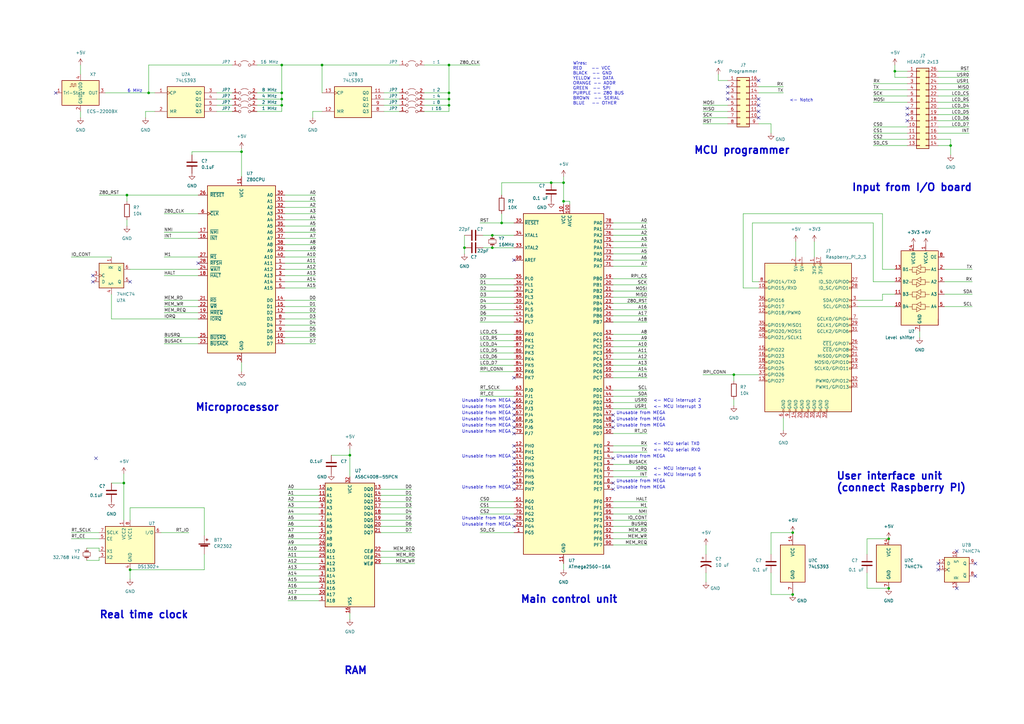
<source format=kicad_sch>
(kicad_sch (version 20211123) (generator eeschema)
  (paper "A3")
  (junction (at 231.14 74.93))
  (junction (at 184.15 26.67))
  (junction (at 201.93 101.6))
  (junction (at 231.14 82.55))
  (junction (at 52.07 80.01))
  (junction (at 50.8 198.12))
  (junction (at 115.57 40.64))
  (junction (at 143.51 186.69))
  (junction (at 99.06 62.23))
  (junction (at 325.12 243.84))
  (junction (at 184.15 38.1))
  (junction (at 115.57 38.1))
  (junction (at 364.49 220.98))
  (junction (at 115.57 43.18))
  (junction (at 389.89 59.69))
  (junction (at 205.74 91.44))
  (junction (at 60.96 38.1))
  (junction (at 184.15 40.64))
  (junction (at 364.49 241.3))
  (junction (at 367.03 29.21))
  (junction (at 184.15 43.18))
  (junction (at 115.57 26.67))
  (junction (at 226.06 74.93))
  (junction (at 190.5 101.6))
  (junction (at 201.93 96.52))
  (junction (at 53.34 233.68))
  (junction (at 300.99 153.67))
  (junction (at 132.08 26.67))
  (junction (at 325.12 218.44))
  (no_connect (at 392.43 226.06))
  (no_connect (at 384.81 231.14))
  (no_connect (at 384.81 233.68))
  (no_connect (at 392.43 241.3))
  (no_connect (at 400.05 236.22))
  (no_connect (at 400.05 231.14))
  (no_connect (at 311.15 33.02))
  (no_connect (at 298.45 35.56))
  (no_connect (at 298.45 38.1))
  (no_connect (at 298.45 40.64))
  (no_connect (at 81.28 107.95))
  (no_connect (at 251.46 187.96))
  (no_connect (at 251.46 200.66))
  (no_connect (at 251.46 198.12))
  (no_connect (at 210.82 106.68))
  (no_connect (at 311.15 48.26))
  (no_connect (at 311.15 45.72))
  (no_connect (at 311.15 43.18))
  (no_connect (at 311.15 40.64))
  (no_connect (at 251.46 175.26))
  (no_connect (at 251.46 172.72))
  (no_connect (at 251.46 170.18))
  (no_connect (at 372.11 44.45))
  (no_connect (at 372.11 46.99))
  (no_connect (at 372.11 49.53))
  (no_connect (at 210.82 175.26))
  (no_connect (at 210.82 177.8))
  (no_connect (at 210.82 165.1))
  (no_connect (at 210.82 172.72))
  (no_connect (at 210.82 170.18))
  (no_connect (at 210.82 154.94))
  (no_connect (at 210.82 167.64))
  (no_connect (at 210.82 200.66))
  (no_connect (at 210.82 215.9))
  (no_connect (at 210.82 213.36))
  (no_connect (at 210.82 195.58))
  (no_connect (at 210.82 198.12))
  (no_connect (at 210.82 190.5))
  (no_connect (at 210.82 185.42))
  (no_connect (at 210.82 182.88))
  (no_connect (at 210.82 187.96))
  (no_connect (at 210.82 193.04))
  (no_connect (at 39.37 187.96))
  (no_connect (at 53.34 115.57))
  (no_connect (at 38.1 115.57))
  (no_connect (at 38.1 113.03))
  (no_connect (at 22.86 38.1))
  (wire (pts (xy 33.02 45.72) (xy 33.02 48.26)))
  (wire (pts (xy 251.46 205.74) (xy 265.43 205.74)))
  (wire (pts (xy 67.31 87.63) (xy 81.28 87.63)))
  (wire (pts (xy 157.48 38.1) (xy 163.83 38.1)))
  (wire (pts (xy 384.81 41.91) (xy 397.51 41.91)))
  (wire (pts (xy 156.21 208.28) (xy 168.91 208.28)))
  (wire (pts (xy 384.81 39.37) (xy 397.51 39.37)))
  (wire (pts (xy 115.57 40.64) (xy 115.57 38.1)))
  (wire (pts (xy 116.84 92.71) (xy 129.54 92.71)))
  (wire (pts (xy 311.15 118.11) (xy 304.8 118.11)))
  (wire (pts (xy 265.43 165.1) (xy 251.46 165.1)))
  (wire (pts (xy 105.41 40.64) (xy 115.57 40.64)))
  (wire (pts (xy 116.84 102.87) (xy 129.54 102.87)))
  (wire (pts (xy 196.85 210.82) (xy 210.82 210.82)))
  (wire (pts (xy 33.02 26.67) (xy 33.02 30.48)))
  (wire (pts (xy 251.46 106.68) (xy 265.43 106.68)))
  (wire (pts (xy 53.34 213.36) (xy 53.34 208.28)))
  (wire (pts (xy 265.43 167.64) (xy 251.46 167.64)))
  (wire (pts (xy 50.8 198.12) (xy 50.8 213.36)))
  (wire (pts (xy 288.29 45.72) (xy 298.45 45.72)))
  (wire (pts (xy 66.04 218.44) (xy 77.47 218.44)))
  (wire (pts (xy 170.18 226.06) (xy 156.21 226.06)))
  (wire (pts (xy 300.99 153.67) (xy 311.15 153.67)))
  (wire (pts (xy 130.81 236.22) (xy 118.11 236.22)))
  (wire (pts (xy 251.46 160.02) (xy 265.43 160.02)))
  (wire (pts (xy 196.85 147.32) (xy 210.82 147.32)))
  (wire (pts (xy 130.81 241.3) (xy 118.11 241.3)))
  (wire (pts (xy 53.34 208.28) (xy 83.82 208.28)))
  (wire (pts (xy 59.69 45.72) (xy 59.69 48.26)))
  (wire (pts (xy 358.14 52.07) (xy 372.11 52.07)))
  (wire (pts (xy 128.27 45.72) (xy 128.27 48.26)))
  (wire (pts (xy 156.21 215.9) (xy 168.91 215.9)))
  (wire (pts (xy 130.81 210.82) (xy 118.11 210.82)))
  (wire (pts (xy 116.84 100.33) (xy 129.54 100.33)))
  (wire (pts (xy 128.27 45.72) (xy 132.08 45.72)))
  (wire (pts (xy 389.89 57.15) (xy 384.81 57.15)))
  (wire (pts (xy 173.99 38.1) (xy 184.15 38.1)))
  (wire (pts (xy 398.78 110.49) (xy 387.35 110.49)))
  (wire (pts (xy 251.46 101.6) (xy 265.43 101.6)))
  (wire (pts (xy 251.46 116.84) (xy 265.43 116.84)))
  (wire (pts (xy 184.15 26.67) (xy 196.85 26.67)))
  (wire (pts (xy 83.82 233.68) (xy 53.34 233.68)))
  (wire (pts (xy 389.89 63.5) (xy 389.89 59.69)))
  (wire (pts (xy 196.85 152.4) (xy 210.82 152.4)))
  (wire (pts (xy 173.99 43.18) (xy 184.15 43.18)))
  (wire (pts (xy 156.21 213.36) (xy 168.91 213.36)))
  (wire (pts (xy 384.81 52.07) (xy 397.51 52.07)))
  (wire (pts (xy 170.18 228.6) (xy 156.21 228.6)))
  (wire (pts (xy 99.06 148.59) (xy 99.06 152.4)))
  (wire (pts (xy 231.14 82.55) (xy 231.14 83.82)))
  (wire (pts (xy 251.46 129.54) (xy 265.43 129.54)))
  (wire (pts (xy 308.61 91.44) (xy 358.14 91.44)))
  (wire (pts (xy 88.9 40.64) (xy 95.25 40.64)))
  (wire (pts (xy 251.46 154.94) (xy 265.43 154.94)))
  (wire (pts (xy 358.14 54.61) (xy 372.11 54.61)))
  (wire (pts (xy 99.06 60.96) (xy 99.06 62.23)))
  (wire (pts (xy 196.85 142.24) (xy 210.82 142.24)))
  (wire (pts (xy 226.06 74.93) (xy 205.74 74.93)))
  (wire (pts (xy 67.31 125.73) (xy 81.28 125.73)))
  (wire (pts (xy 60.96 26.67) (xy 95.25 26.67)))
  (wire (pts (xy 251.46 162.56) (xy 265.43 162.56)))
  (wire (pts (xy 251.46 182.88) (xy 265.43 182.88)))
  (wire (pts (xy 67.31 113.03) (xy 81.28 113.03)))
  (wire (pts (xy 99.06 62.23) (xy 99.06 72.39)))
  (wire (pts (xy 52.07 80.01) (xy 52.07 82.55)))
  (wire (pts (xy 130.81 213.36) (xy 118.11 213.36)))
  (wire (pts (xy 231.14 82.55) (xy 233.68 82.55)))
  (wire (pts (xy 67.31 140.97) (xy 81.28 140.97)))
  (wire (pts (xy 130.81 243.84) (xy 118.11 243.84)))
  (wire (pts (xy 251.46 121.92) (xy 265.43 121.92)))
  (wire (pts (xy 130.81 238.76) (xy 118.11 238.76)))
  (wire (pts (xy 196.85 162.56) (xy 210.82 162.56)))
  (wire (pts (xy 196.85 208.28) (xy 210.82 208.28)))
  (wire (pts (xy 265.43 220.98) (xy 251.46 220.98)))
  (wire (pts (xy 67.31 123.19) (xy 81.28 123.19)))
  (wire (pts (xy 198.12 101.6) (xy 201.93 101.6)))
  (wire (pts (xy 304.8 87.63) (xy 361.95 87.63)))
  (wire (pts (xy 156.21 210.82) (xy 168.91 210.82)))
  (wire (pts (xy 231.14 72.39) (xy 231.14 74.93)))
  (wire (pts (xy 289.56 234.95) (xy 289.56 238.76)))
  (wire (pts (xy 196.85 218.44) (xy 210.82 218.44)))
  (wire (pts (xy 135.89 186.69) (xy 143.51 186.69)))
  (wire (pts (xy 210.82 119.38) (xy 196.85 119.38)))
  (wire (pts (xy 116.84 87.63) (xy 129.54 87.63)))
  (wire (pts (xy 251.46 213.36) (xy 265.43 213.36)))
  (wire (pts (xy 210.82 116.84) (xy 196.85 116.84)))
  (wire (pts (xy 105.41 26.67) (xy 115.57 26.67)))
  (wire (pts (xy 384.81 29.21) (xy 397.51 29.21)))
  (wire (pts (xy 130.81 223.52) (xy 118.11 223.52)))
  (wire (pts (xy 88.9 45.72) (xy 95.25 45.72)))
  (wire (pts (xy 288.29 48.26) (xy 298.45 48.26)))
  (wire (pts (xy 45.72 130.81) (xy 81.28 130.81)))
  (wire (pts (xy 116.84 82.55) (xy 129.54 82.55)))
  (wire (pts (xy 196.85 205.74) (xy 210.82 205.74)))
  (wire (pts (xy 205.74 87.63) (xy 205.74 91.44)))
  (wire (pts (xy 40.64 224.79) (xy 40.64 226.06)))
  (wire (pts (xy 358.14 57.15) (xy 372.11 57.15)))
  (wire (pts (xy 326.39 99.06) (xy 326.39 105.41)))
  (wire (pts (xy 143.51 251.46) (xy 143.51 254)))
  (wire (pts (xy 45.72 120.65) (xy 45.72 130.81)))
  (wire (pts (xy 351.79 125.73) (xy 367.03 125.73)))
  (wire (pts (xy 398.78 115.57) (xy 387.35 115.57)))
  (wire (pts (xy 105.41 43.18) (xy 115.57 43.18)))
  (wire (pts (xy 361.95 87.63) (xy 361.95 110.49)))
  (wire (pts (xy 251.46 210.82) (xy 265.43 210.82)))
  (wire (pts (xy 116.84 138.43) (xy 129.54 138.43)))
  (wire (pts (xy 156.21 205.74) (xy 168.91 205.74)))
  (wire (pts (xy 67.31 95.25) (xy 81.28 95.25)))
  (wire (pts (xy 265.43 218.44) (xy 251.46 218.44)))
  (wire (pts (xy 83.82 208.28) (xy 83.82 219.71)))
  (wire (pts (xy 358.14 34.29) (xy 372.11 34.29)))
  (wire (pts (xy 116.84 115.57) (xy 129.54 115.57)))
  (wire (pts (xy 367.03 26.67) (xy 367.03 29.21)))
  (wire (pts (xy 251.46 132.08) (xy 265.43 132.08)))
  (wire (pts (xy 83.82 227.33) (xy 83.82 233.68)))
  (wire (pts (xy 78.74 62.23) (xy 99.06 62.23)))
  (wire (pts (xy 358.14 115.57) (xy 367.03 115.57)))
  (wire (pts (xy 358.14 59.69) (xy 372.11 59.69)))
  (wire (pts (xy 355.6 220.98) (xy 355.6 227.33)))
  (wire (pts (xy 115.57 26.67) (xy 132.08 26.67)))
  (wire (pts (xy 184.15 45.72) (xy 184.15 43.18)))
  (wire (pts (xy 156.21 218.44) (xy 168.91 218.44)))
  (wire (pts (xy 251.46 91.44) (xy 265.43 91.44)))
  (wire (pts (xy 289.56 223.52) (xy 289.56 227.33)))
  (wire (pts (xy 52.07 80.01) (xy 81.28 80.01)))
  (wire (pts (xy 251.46 109.22) (xy 265.43 109.22)))
  (wire (pts (xy 130.81 246.38) (xy 118.11 246.38)))
  (wire (pts (xy 231.14 74.93) (xy 231.14 82.55)))
  (wire (pts (xy 334.01 99.06) (xy 334.01 105.41)))
  (wire (pts (xy 355.6 241.3) (xy 364.49 241.3)))
  (wire (pts (xy 35.56 224.79) (xy 40.64 224.79)))
  (wire (pts (xy 210.82 132.08) (xy 196.85 132.08)))
  (wire (pts (xy 251.46 104.14) (xy 265.43 104.14)))
  (wire (pts (xy 67.31 128.27) (xy 81.28 128.27)))
  (wire (pts (xy 389.89 59.69) (xy 384.81 59.69)))
  (wire (pts (xy 35.56 229.87) (xy 40.64 229.87)))
  (wire (pts (xy 130.81 208.28) (xy 118.11 208.28)))
  (wire (pts (xy 288.29 43.18) (xy 298.45 43.18)))
  (wire (pts (xy 233.68 82.55) (xy 233.68 83.82)))
  (wire (pts (xy 265.43 177.8) (xy 251.46 177.8)))
  (wire (pts (xy 358.14 41.91) (xy 372.11 41.91)))
  (wire (pts (xy 325.12 218.44) (xy 316.23 218.44)))
  (wire (pts (xy 196.85 149.86) (xy 210.82 149.86)))
  (wire (pts (xy 196.85 160.02) (xy 210.82 160.02)))
  (wire (pts (xy 130.81 218.44) (xy 118.11 218.44)))
  (wire (pts (xy 321.31 171.45) (xy 321.31 176.53)))
  (wire (pts (xy 316.23 234.95) (xy 316.23 243.84)))
  (wire (pts (xy 173.99 45.72) (xy 184.15 45.72)))
  (wire (pts (xy 316.23 54.61) (xy 316.23 50.8)))
  (wire (pts (xy 132.08 26.67) (xy 132.08 38.1)))
  (wire (pts (xy 130.81 203.2) (xy 118.11 203.2)))
  (wire (pts (xy 116.84 97.79) (xy 129.54 97.79)))
  (wire (pts (xy 40.64 229.87) (xy 40.64 228.6)))
  (wire (pts (xy 251.46 215.9) (xy 265.43 215.9)))
  (wire (pts (xy 384.81 54.61) (xy 397.51 54.61)))
  (wire (pts (xy 53.34 233.68) (xy 53.34 237.49)))
  (wire (pts (xy 116.84 130.81) (xy 129.54 130.81)))
  (wire (pts (xy 251.46 144.78) (xy 265.43 144.78)))
  (wire (pts (xy 116.84 135.89) (xy 129.54 135.89)))
  (wire (pts (xy 358.14 91.44) (xy 358.14 115.57)))
  (wire (pts (xy 361.95 123.19) (xy 361.95 120.65)))
  (wire (pts (xy 116.84 80.01) (xy 129.54 80.01)))
  (wire (pts (xy 384.81 34.29) (xy 397.51 34.29)))
  (wire (pts (xy 251.46 124.46) (xy 265.43 124.46)))
  (wire (pts (xy 377.19 135.89) (xy 377.19 138.43)))
  (wire (pts (xy 251.46 96.52) (xy 265.43 96.52)))
  (wire (pts (xy 52.07 90.17) (xy 52.07 92.71)))
  (wire (pts (xy 358.14 39.37) (xy 372.11 39.37)))
  (wire (pts (xy 358.14 36.83) (xy 372.11 36.83)))
  (wire (pts (xy 251.46 195.58) (xy 265.43 195.58)))
  (wire (pts (xy 251.46 93.98) (xy 265.43 93.98)))
  (wire (pts (xy 67.31 97.79) (xy 81.28 97.79)))
  (wire (pts (xy 351.79 123.19) (xy 361.95 123.19)))
  (wire (pts (xy 361.95 110.49) (xy 367.03 110.49)))
  (wire (pts (xy 384.81 36.83) (xy 397.51 36.83)))
  (wire (pts (xy 300.99 153.67) (xy 300.99 156.21)))
  (wire (pts (xy 251.46 147.32) (xy 265.43 147.32)))
  (wire (pts (xy 251.46 127) (xy 265.43 127)))
  (wire (pts (xy 43.18 38.1) (xy 60.96 38.1)))
  (wire (pts (xy 311.15 115.57) (xy 308.61 115.57)))
  (wire (pts (xy 251.46 185.42) (xy 265.43 185.42)))
  (wire (pts (xy 53.34 110.49) (xy 81.28 110.49)))
  (wire (pts (xy 116.84 125.73) (xy 129.54 125.73)))
  (wire (pts (xy 251.46 137.16) (xy 265.43 137.16)))
  (wire (pts (xy 304.8 118.11) (xy 304.8 87.63)))
  (wire (pts (xy 184.15 43.18) (xy 184.15 40.64)))
  (wire (pts (xy 190.5 96.52) (xy 190.5 101.6)))
  (wire (pts (xy 321.31 38.1) (xy 311.15 38.1)))
  (wire (pts (xy 130.81 228.6) (xy 118.11 228.6)))
  (wire (pts (xy 364.49 220.98) (xy 355.6 220.98)))
  (wire (pts (xy 173.99 26.67) (xy 184.15 26.67)))
  (wire (pts (xy 130.81 215.9) (xy 118.11 215.9)))
  (wire (pts (xy 316.23 50.8) (xy 311.15 50.8)))
  (wire (pts (xy 29.21 105.41) (xy 45.72 105.41)))
  (wire (pts (xy 105.41 45.72) (xy 115.57 45.72)))
  (wire (pts (xy 29.21 218.44) (xy 40.64 218.44)))
  (wire (pts (xy 130.81 205.74) (xy 118.11 205.74)))
  (wire (pts (xy 300.99 163.83) (xy 300.99 166.37)))
  (wire (pts (xy 389.89 57.15) (xy 389.89 59.69)))
  (wire (pts (xy 116.84 85.09) (xy 129.54 85.09)))
  (wire (pts (xy 116.84 107.95) (xy 129.54 107.95)))
  (wire (pts (xy 251.46 119.38) (xy 265.43 119.38)))
  (wire (pts (xy 201.93 101.6) (xy 210.82 101.6)))
  (wire (pts (xy 116.84 110.49) (xy 129.54 110.49)))
  (wire (pts (xy 115.57 43.18) (xy 115.57 40.64)))
  (wire (pts (xy 196.85 137.16) (xy 210.82 137.16)))
  (wire (pts (xy 116.84 123.19) (xy 129.54 123.19)))
  (wire (pts (xy 355.6 234.95) (xy 355.6 241.3)))
  (wire (pts (xy 384.81 44.45) (xy 397.51 44.45)))
  (wire (pts (xy 210.82 114.3) (xy 196.85 114.3)))
  (wire (pts (xy 384.81 49.53) (xy 397.51 49.53)))
  (wire (pts (xy 157.48 43.18) (xy 163.83 43.18)))
  (wire (pts (xy 205.74 74.93) (xy 205.74 80.01)))
  (wire (pts (xy 190.5 101.6) (xy 190.5 104.14)))
  (wire (pts (xy 143.51 184.15) (xy 143.51 186.69)))
  (wire (pts (xy 130.81 231.14) (xy 118.11 231.14)))
  (wire (pts (xy 156.21 200.66) (xy 168.91 200.66)))
  (wire (pts (xy 130.81 200.66) (xy 118.11 200.66)))
  (wire (pts (xy 398.78 125.73) (xy 387.35 125.73)))
  (wire (pts (xy 88.9 43.18) (xy 95.25 43.18)))
  (wire (pts (xy 265.43 223.52) (xy 251.46 223.52)))
  (wire (pts (xy 196.85 139.7) (xy 210.82 139.7)))
  (wire (pts (xy 116.84 128.27) (xy 129.54 128.27)))
  (wire (pts (xy 201.93 96.52) (xy 210.82 96.52)))
  (wire (pts (xy 67.31 105.41) (xy 81.28 105.41)))
  (wire (pts (xy 196.85 144.78) (xy 210.82 144.78)))
  (wire (pts (xy 173.99 40.64) (xy 184.15 40.64)))
  (wire (pts (xy 157.48 40.64) (xy 163.83 40.64)))
  (wire (pts (xy 157.48 45.72) (xy 163.83 45.72)))
  (wire (pts (xy 316.23 218.44) (xy 316.23 227.33)))
  (wire (pts (xy 116.84 140.97) (xy 129.54 140.97)))
  (wire (pts (xy 288.29 153.67) (xy 300.99 153.67)))
  (wire (pts (xy 251.46 190.5) (xy 265.43 190.5)))
  (wire (pts (xy 251.46 208.28) (xy 265.43 208.28)))
  (wire (pts (xy 196.85 91.44) (xy 205.74 91.44)))
  (wire (pts (xy 210.82 124.46) (xy 196.85 124.46)))
  (wire (pts (xy 384.81 31.75) (xy 397.51 31.75)))
  (wire (pts (xy 29.21 220.98) (xy 40.64 220.98)))
  (wire (pts (xy 132.08 26.67) (xy 163.83 26.67)))
  (wire (pts (xy 40.64 80.01) (xy 52.07 80.01)))
  (wire (pts (xy 60.96 38.1) (xy 60.96 26.67)))
  (wire (pts (xy 251.46 114.3) (xy 265.43 114.3)))
  (wire (pts (xy 308.61 115.57) (xy 308.61 91.44)))
  (wire (pts (xy 116.84 95.25) (xy 129.54 95.25)))
  (wire (pts (xy 198.12 96.52) (xy 201.93 96.52)))
  (wire (pts (xy 78.74 63.5) (xy 78.74 62.23)))
  (wire (pts (xy 367.03 31.75) (xy 372.11 31.75)))
  (wire (pts (xy 316.23 243.84) (xy 325.12 243.84)))
  (wire (pts (xy 116.84 105.41) (xy 129.54 105.41)))
  (wire (pts (xy 170.18 231.14) (xy 156.21 231.14)))
  (wire (pts (xy 50.8 194.31) (xy 50.8 198.12)))
  (wire (pts (xy 398.78 120.65) (xy 387.35 120.65)))
  (wire (pts (xy 210.82 129.54) (xy 196.85 129.54)))
  (wire (pts (xy 367.03 29.21) (xy 367.03 31.75)))
  (wire (pts (xy 45.72 198.12) (xy 50.8 198.12)))
  (wire (pts (xy 361.95 120.65) (xy 367.03 120.65)))
  (wire (pts (xy 251.46 142.24) (xy 265.43 142.24)))
  (wire (pts (xy 156.21 203.2) (xy 168.91 203.2)))
  (wire (pts (xy 60.96 38.1) (xy 63.5 38.1)))
  (wire (pts (xy 294.64 33.02) (xy 298.45 33.02)))
  (wire (pts (xy 116.84 118.11) (xy 129.54 118.11)))
  (wire (pts (xy 251.46 139.7) (xy 265.43 139.7)))
  (wire (pts (xy 130.81 220.98) (xy 118.11 220.98)))
  (wire (pts (xy 231.14 231.14) (xy 231.14 233.68)))
  (wire (pts (xy 115.57 45.72) (xy 115.57 43.18)))
  (wire (pts (xy 67.31 138.43) (xy 81.28 138.43)))
  (wire (pts (xy 184.15 38.1) (xy 184.15 26.67)))
  (wire (pts (xy 251.46 152.4) (xy 265.43 152.4)))
  (wire (pts (xy 130.81 233.68) (xy 118.11 233.68)))
  (wire (pts (xy 294.64 30.48) (xy 294.64 33.02)))
  (wire (pts (xy 210.82 121.92) (xy 196.85 121.92)))
  (wire (pts (xy 367.03 29.21) (xy 372.11 29.21)))
  (wire (pts (xy 288.29 50.8) (xy 298.45 50.8)))
  (wire (pts (xy 116.84 90.17) (xy 129.54 90.17)))
  (wire (pts (xy 105.41 38.1) (xy 115.57 38.1)))
  (wire (pts (xy 88.9 38.1) (xy 95.25 38.1)))
  (wire (pts (xy 226.06 74.93) (xy 231.14 74.93)))
  (wire (pts (xy 116.84 133.35) (xy 129.54 133.35)))
  (wire (pts (xy 116.84 113.03) (xy 129.54 113.03)))
  (wire (pts (xy 251.46 193.04) (xy 265.43 193.04)))
  (wire (pts (xy 130.81 226.06) (xy 118.11 226.06)))
  (wire (pts (xy 59.69 45.72) (xy 63.5 45.72)))
  (wire (pts (xy 321.31 35.56) (xy 311.15 35.56)))
  (wire (pts (xy 384.81 46.99) (xy 397.51 46.99)))
  (wire (pts (xy 205.74 91.44) (xy 210.82 91.44)))
  (wire (pts (xy 251.46 149.86) (xy 265.43 149.86)))
  (wire (pts (xy 115.57 38.1) (xy 115.57 26.67)))
  (wire (pts (xy 251.46 99.06) (xy 265.43 99.06)))
  (wire (pts (xy 143.51 186.69) (xy 143.51 195.58)))
  (wire (pts (xy 184.15 40.64) (xy 184.15 38.1)))
  (wire (pts (xy 210.82 127) (xy 196.85 127)))
  (text "Unusable from MEGA" (at 252.73 172.72 0) (effects (font (size 1.27 1.27)) (justify left bottom)))
  (text "<- MCU interrupt 3" (at 267.97 167.64 0) (effects (font (size 1.27 1.27)) (justify left bottom)))
  (text "<- MCU serial TX0" (at 267.97 182.88 0) (effects (font (size 1.27 1.27)) (justify left bottom)))
  (text "Unusable from MEGA" (at 209.55 167.64 180) (effects (font (size 1.27 1.27)) (justify right bottom)))
  (text "Unusable from MEGA" (at 252.73 170.18 0) (effects (font (size 1.27 1.27)) (justify left bottom)))
  (text "Unusable from MEGA" (at 209.55 187.96 180) (effects (font (size 1.27 1.27)) (justify right bottom)))
  (text "Unusable from MEGA" (at 209.55 200.66 180) (effects (font (size 1.27 1.27)) (justify right bottom)))
  (text "Unusable from MEGA" (at 209.55 175.26 180) (effects (font (size 1.27 1.27)) (justify right bottom)))
  (text "MCU programmer" (at 284.48 63.5 0) (effects (font (size 3 3) (thickness 0.6) bold) (justify left bottom)))
  (text "Unusable from MEGA" (at 209.55 172.72 180) (effects (font (size 1.27 1.27)) (justify right bottom)))
  (text "<- MCU interrupt 4" (at 267.97 193.04 0) (effects (font (size 1.27 1.27)) (justify left bottom)))
  (text "Unusable from MEGA" (at 209.55 215.9 180) (effects (font (size 1.27 1.27)) (justify right bottom)))
  (text "6 MHz" (at 58.42 38.1 180) (effects (font (size 1.27 1.27)) (justify right bottom)))
  (text "Input from I/O board" (at 349.25 78.74 0) (effects (font (size 3 3) (thickness 0.6) bold) (justify left bottom)))
  (text "Real time clock" (at 40.64 254 0) (effects (font (size 3 3) (thickness 0.6) bold) (justify left bottom)))
  (text "Unusable from MEGA" (at 252.73 198.12 0) (effects (font (size 1.27 1.27)) (justify left bottom)))
  (text "<- MCU serial RX0" (at 267.97 185.42 0) (effects (font (size 1.27 1.27)) (justify left bottom)))
  (text "User interface unit\n(connect Raspberry PI)\n" (at 342.9 201.93 0) (effects (font (size 3 3) (thickness 0.6) bold) (justify left bottom)))
  (text "Unusable from MEGA" (at 252.73 175.26 0) (effects (font (size 1.27 1.27)) (justify left bottom)))
  (text "<- Notch" (at 323.85 41.91 0) (effects (font (size 1.27 1.27)) (justify left bottom)))
  (text "Unusable from MEGA" (at 209.55 177.8 180) (effects (font (size 1.27 1.27)) (justify right bottom)))
  (text "<- MCU interrupt 5" (at 267.97 195.58 0) (effects (font (size 1.27 1.27)) (justify left bottom)))
  (text "Wires:\nRED    -- VCC\nBLACK  -- GND\nYELLOW -- DATA\nORANGE -- ADDR\nGREEN  -- SPI\nPURPLE -- Z80 BUS\nBROWN  -- SERIAL\nBLUE   -- OTHER" (at 234.95 43.18 0) (effects (font (size 1.27 1.27)) (justify left bottom)))
  (text "Unusable from MEGA" (at 209.55 213.36 180) (effects (font (size 1.27 1.27)) (justify right bottom)))
  (text "Unusable from MEGA" (at 252.73 200.66 0) (effects (font (size 1.27 1.27)) (justify left bottom)))
  (text "Microprocessor" (at 80.01 168.91 0) (effects (font (size 3 3) (thickness 0.6) bold) (justify left bottom)))
  (text "RAM" (at 140.97 276.86 0) (effects (font (size 3 3) (thickness 0.6) bold) (justify left bottom)))
  (text "Unusable from MEGA" (at 209.55 165.1 180) (effects (font (size 1.27 1.27)) (justify right bottom)))
  (text "Main control unit" (at 213.36 247.65 0) (effects (font (size 3 3) (thickness 0.6) bold) (justify left bottom)))
  (text "Unusable from MEGA" (at 209.55 170.18 180) (effects (font (size 1.27 1.27)) (justify right bottom)))
  (text "Unusable from MEGA" (at 252.73 187.96 0) (effects (font (size 1.27 1.27)) (justify left bottom)))
  (text "<- MCU interrupt 2" (at 267.97 165.1 0) (effects (font (size 1.27 1.27)) (justify left bottom)))
  (label "A2" (at 129.54 85.09 180))
  (label "A11" (at 129.54 107.95 180))
  (label "D5" (at 129.54 135.89 180))
  (label "LCD_D7" (at 397.51 52.07 180))
  (label "CS0" (at 358.14 52.07 0))
  (label "A7" (at 118.11 218.44 0))
  (label "D2" (at 168.91 205.74 180))
  (label "SCK" (at 358.14 39.37 0))
  (label "D3" (at 168.91 208.28 180))
  (label "RX" (at 358.14 34.29 0))
  (label "RPI_CONN" (at 288.29 153.67 0))
  (label "A17" (at 265.43 129.54 180))
  (label "SD_CS" (at 358.14 59.69 0))
  (label "A13" (at 265.43 149.86 180))
  (label "D4" (at 196.85 124.46 0))
  (label "A0" (at 265.43 91.44 180))
  (label "LCD_CS" (at 397.51 39.37 180))
  (label "LCD_D4" (at 196.85 142.24 0))
  (label "A14" (at 118.11 236.22 0))
  (label "A16" (at 118.11 241.3 0))
  (label "D6" (at 168.91 215.9 180))
  (label "RT_CE" (at 196.85 162.56 0))
  (label "USR1" (at 265.43 167.64 180))
  (label "A16" (at 265.43 127 180))
  (label "CS2" (at 358.14 57.15 0))
  (label "HALT" (at 67.31 113.03 0))
  (label "D1" (at 196.85 116.84 0))
  (label "A0" (at 129.54 80.01 180))
  (label "SDA" (at 265.43 162.56 180))
  (label "A12" (at 118.11 231.14 0))
  (label "MEM_RD" (at 170.18 228.6 180))
  (label "IORQ" (at 67.31 130.81 0))
  (label "MOSI" (at 288.29 43.18 0))
  (label "CS0" (at 196.85 205.74 0))
  (label "A15" (at 129.54 118.11 180))
  (label "LCD_D5" (at 196.85 144.78 0))
  (label "A17" (at 118.11 243.84 0))
  (label "RPI_CS" (at 265.43 114.3 180))
  (label "Z80_RST" (at 265.43 124.46 180))
  (label "A11" (at 265.43 144.78 180))
  (label "A15" (at 265.43 154.94 180))
  (label "LCD_D6" (at 196.85 147.32 0))
  (label "A3" (at 118.11 208.28 0))
  (label "A1" (at 118.11 203.2 0))
  (label "D0" (at 129.54 123.19 180))
  (label "SCK" (at 265.43 116.84 180))
  (label "RX" (at 321.31 35.56 180))
  (label "MEM_REQ" (at 170.18 226.06 180))
  (label "RT_SCLK" (at 29.21 218.44 0))
  (label "D7" (at 129.54 140.97 180))
  (label "SDA" (at 398.78 120.65 180))
  (label "RPI_CONN" (at 196.85 152.4 0))
  (label "LCD_CS" (at 196.85 137.16 0))
  (label "D3" (at 129.54 130.81 180))
  (label "MISO" (at 397.51 36.83 180))
  (label "A4" (at 118.11 210.82 0))
  (label "D5" (at 168.91 213.36 180))
  (label "CS1" (at 196.85 208.28 0))
  (label "INT" (at 67.31 97.79 0))
  (label "USR0" (at 265.43 165.1 180))
  (label "A13" (at 129.54 113.03 180))
  (label "MEM_RD" (at 265.43 218.44 180))
  (label "LCD_RS" (at 196.85 139.7 0))
  (label "SCL" (at 265.43 160.02 180))
  (label "D1" (at 129.54 125.73 180))
  (label "A10" (at 129.54 105.41 180))
  (label "MEM_WR" (at 265.43 220.98 180))
  (label "A7" (at 129.54 97.79 180))
  (label "LCD_D6" (at 397.51 49.53 180))
  (label "MOSI" (at 358.14 41.91 0))
  (label "LCD_D7" (at 196.85 149.86 0))
  (label "BUSRQ" (at 265.43 215.9 180))
  (label "D6" (at 196.85 129.54 0))
  (label "RST" (at 288.29 50.8 0))
  (label "IORQ" (at 265.43 193.04 180))
  (label "RT_SCLK" (at 196.85 160.02 0))
  (label "RX" (at 265.43 182.88 180))
  (label "INT" (at 397.51 54.61 180))
  (label "LCD_D4" (at 397.51 44.45 180))
  (label "A6" (at 118.11 215.9 0))
  (label "MEM_WR" (at 170.18 231.14 180))
  (label "A5" (at 118.11 213.36 0))
  (label "BUSACK" (at 67.31 140.97 0))
  (label "SD_CS" (at 196.85 218.44 0))
  (label "A0" (at 118.11 200.66 0))
  (label "D4" (at 168.91 210.82 180))
  (label "RT_IO" (at 265.43 177.8 180))
  (label "MEM_WR" (at 67.31 125.73 0))
  (label "IO_CONT" (at 29.21 105.41 0))
  (label "D4" (at 129.54 133.35 180))
  (label "Z80_CLK" (at 196.85 26.67 180))
  (label "TX" (at 321.31 38.1 180))
  (label "TX" (at 398.78 110.49 180))
  (label "A15" (at 118.11 238.76 0))
  (label "NMI" (at 67.31 95.25 0))
  (label "USR0" (at 397.51 31.75 180))
  (label "A12" (at 129.54 110.49 180))
  (label "A12" (at 265.43 147.32 180))
  (label "SCK" (at 288.29 48.26 0))
  (label "A8" (at 118.11 220.98 0))
  (label "MEM_REQ" (at 265.43 223.52 180))
  (label "M1" (at 265.43 208.28 180))
  (label "M1" (at 67.31 105.41 0))
  (label "D7" (at 168.91 218.44 180))
  (label "INT" (at 265.43 195.58 180))
  (label "D0" (at 168.91 200.66 180))
  (label "A2" (at 265.43 96.52 180))
  (label "D0" (at 196.85 114.3 0))
  (label "D5" (at 196.85 127 0))
  (label "MOSI" (at 265.43 119.38 180))
  (label "MEM_REQ" (at 67.31 128.27 0))
  (label "A2" (at 118.11 205.74 0))
  (label "A18" (at 118.11 246.38 0))
  (label "IO_CONT" (at 265.43 213.36 180))
  (label "A10" (at 118.11 226.06 0))
  (label "TX" (at 265.43 185.42 180))
  (label "A10" (at 265.43 142.24 180))
  (label "RT_IO" (at 77.47 218.44 180))
  (label "RST" (at 397.51 29.21 180))
  (label "Z80_CLK" (at 67.31 87.63 0))
  (label "D3" (at 196.85 121.92 0))
  (label "A1" (at 129.54 82.55 180))
  (label "MEM_RD" (at 67.31 123.19 0))
  (label "A9" (at 118.11 223.52 0))
  (label "RT_CE" (at 29.21 220.98 0))
  (label "CS1" (at 358.14 54.61 0))
  (label "A3" (at 265.43 99.06 180))
  (label "D6" (at 129.54 138.43 180))
  (label "D2" (at 129.54 128.27 180))
  (label "LCD_RS" (at 397.51 41.91 180))
  (label "MISO" (at 288.29 45.72 0))
  (label "MISO" (at 265.43 121.92 180))
  (label "D7" (at 196.85 132.08 0))
  (label "A5" (at 129.54 92.71 180))
  (label "A13" (at 118.11 233.68 0))
  (label "A8" (at 265.43 137.16 180))
  (label "A14" (at 265.43 152.4 180))
  (label "LCD_D5" (at 397.51 46.99 180))
  (label "RST" (at 196.85 91.44 0))
  (label "USR1" (at 397.51 34.29 180))
  (label "BUSACK" (at 265.43 190.5 180))
  (label "CS2" (at 196.85 210.82 0))
  (label "TX" (at 358.14 36.83 0))
  (label "BUSRQ" (at 67.31 138.43 0))
  (label "A18" (at 265.43 132.08 180))
  (label "A14" (at 129.54 115.57 180))
  (label "A3" (at 129.54 87.63 180))
  (label "A6" (at 129.54 95.25 180))
  (label "HALT" (at 265.43 205.74 180))
  (label "A6" (at 265.43 106.68 180))
  (label "NMI" (at 265.43 210.82 180))
  (label "RX" (at 398.78 115.57 180))
  (label "A1" (at 265.43 93.98 180))
  (label "SCL" (at 398.78 125.73 180))
  (label "A4" (at 265.43 101.6 180))
  (label "A5" (at 265.43 104.14 180))
  (label "A4" (at 129.54 90.17 180))
  (label "D2" (at 196.85 119.38 0))
  (label "A7" (at 265.43 109.22 180))
  (label "A9" (at 129.54 102.87 180))
  (label "D1" (at 168.91 203.2 180))
  (label "A8" (at 129.54 100.33 180))
  (label "A9" (at 265.43 139.7 180))
  (label "Z80_RST" (at 40.64 80.01 0))
  (label "A11" (at 118.11 228.6 0))
  (symbol (lib_id "power:GND") (at 33.02 48.26 0) (unit 1)
    (property "Reference" "#PWR?" (effects hide))
    (property "Value" "GND" (at 33.02 53.34 0))
  )
  (symbol (lib_id "Device:C") (at 194.31 96.52 90) (unit 1)
    (property "Reference" "C?" (at 196.85 93.98 90))
    (property "Value" "22pF" (at 190.5 93.98 90))
  )
  (symbol (lib_id "power:+5V") (at 143.51 184.15 0) (unit 1)
    (property "Reference" "#PWR?" (effects hide))
    (property "Value" "+5V" (at 143.51 179.07 0))
  )
  (symbol (lib_id "power:GND") (at 300.99 166.37 0) (unit 1)
    (property "Reference" "#PWR?" (effects hide))
    (property "Value" "GND" (at 300.99 171.45 0))
  )
  (symbol (lib_id "power:+5V") (at 364.49 220.98 0) (unit 1)
    (property "Reference" "#PWR?" (effects hide))
    (property "Value" "+5V" (at 364.49 215.9 0))
  )
  (symbol (lib_id "Timer_RTC:DS1302+") (at 53.34 223.52 0) (unit 1)
    (property "Reference" "U?" (at 62.23 214.63 0))
    (property "Value" "DS1302+" (at 60.96 232.41 0))
    (property "Footprint" "Package_DIP:DIP-8_W7.62mm" (effects hide))
    (property "Datasheet" "https://datasheets.maximintegrated.com/en/ds/DS1302.pdf" (effects hide))
  )
  (symbol (lib_id "CPU:Z80CPU") (at 99.06 110.49 0) (unit 1)
    (property "Reference" "U?" (at 101.0794 71.12 0) (effects (justify left)))
    (property "Value" "Z80CPU" (at 101.0794 73.66 0) (effects (justify left)))
    (property "Datasheet" "www.zilog.com/manage_directlink.php?filepath=docs/z80/um0080" (effects hide))
  )
  (symbol (lib_id "Device:C") (at 78.74 67.31 0) (unit 1)
    (property "Reference" "C?" (at 82.55 66.0399 0) (effects (justify left)))
    (property "Value" "0.1uF" (at 82.55 68.5799 0) (effects (justify left)))
  )
  (symbol (lib_id "Device:C") (at 135.89 190.5 0) (unit 1)
    (property "Reference" "C?" (at 139.7 189.2299 0) (effects (justify left)))
    (property "Value" "0.1uF" (at 127 189.23 0) (effects (justify left)))
  )
  (symbol (lib_id "power:GND") (at 190.5 104.14 0) (unit 1)
    (property "Reference" "#PWR?" (effects hide))
    (property "Value" "GND" (at 190.5 109.22 0))
  )
  (symbol (lib_id "74xx:74HC74") (at 45.72 113.03 0) (mirror x) (unit 1)
    (property "Reference" "U?" (at 47.7394 123.19 0) (effects (justify left)))
    (property "Value" "74HC74" (at 47.7394 120.65 0) (effects (justify left)))
    (property "Datasheet" "74xx/74hc_hct74.pdf" (effects hide))
  )
  (symbol (lib_id "power:GND") (at 226.06 82.55 0) (unit 1)
    (property "Reference" "#PWR?" (effects hide))
    (property "Value" "GND" (at 222.25 85.09 0))
  )
  (symbol (lib_id "Jumper:Jumper_2_Open") (at 168.91 38.1 0) (unit 1)
    (property "Reference" "JP?" (at 161.29 36.83 0))
    (property "Value" ": 2" (at 179.07 36.83 0))
  )
  (symbol (lib_id "power:+5V") (at 33.02 26.67 0) (unit 1)
    (property "Reference" "#PWR?" (effects hide))
    (property "Value" "+5V" (at 33.02 21.59 0))
  )
  (symbol (lib_id "Jumper:Jumper_2_Open") (at 100.33 38.1 0) (unit 1)
    (property "Reference" "JP?" (at 92.71 36.83 0))
    (property "Value" "8 MHz" (at 110.49 36.83 0))
  )
  (symbol (lib_id "power:GND") (at 52.07 92.71 0) (unit 1)
    (property "Reference" "#PWR?" (effects hide))
    (property "Value" "GND" (at 52.07 97.79 0))
  )
  (symbol (lib_id "Jumper:Jumper_2_Open") (at 100.33 45.72 0) (unit 1)
    (property "Reference" "JP?" (at 92.71 44.45 0))
    (property "Value" "1 MHz" (at 110.49 44.45 0))
  )
  (symbol (lib_id "power:+5V") (at 231.14 72.39 0) (unit 1)
    (property "Reference" "#PWR?" (effects hide))
    (property "Value" "+5V" (at 231.14 67.31 0))
  )
  (symbol (lib_id "74xx:74LS393") (at 76.2 40.64 0) (unit 1)
    (property "Reference" "U?" (at 76.2 30.48 0))
    (property "Value" "74LS393" (at 76.2 33.02 0))
    (property "Datasheet" "74xx\\74LS393.pdf" (effects hide))
  )
  (symbol (lib_id "Memory_RAM:AS6C4008-55PCN") (at 143.51 223.52 0) (unit 1)
    (property "Reference" "U?" (at 145.5294 193.04 0) (effects (justify left)))
    (property "Value" "AS6C4008-55PCN" (at 145.5294 195.58 0) (effects (justify left)))
    (property "Footprint" "Package_DIP:DIP-32_W15.24mm" (effects hide))
    (property "Datasheet" "https://www.alliancememory.com/wp-content/uploads/pdf/AS6C4008.pdf" (effects hide))
  )
  (symbol (lib_id "Device:C_Polarized_US") (at 289.56 231.14 0) (unit 1)
    (property "Reference" "C?" (at 293.37 229.2349 0) (effects (justify left)))
    (property "Value" "10 uF" (at 293.37 231.7749 0) (effects (justify left)))
  )
  (symbol (lib_id "power:+5V") (at 325.12 218.44 0) (unit 1)
    (property "Reference" "#PWR?" (effects hide))
    (property "Value" "+5V" (at 325.12 213.36 0))
  )
  (symbol (lib_id "Logic_LevelTranslator:TXB0104PW") (at 377.19 118.11 0) (mirror y) (unit 1)
    (property "Reference" "U?" (at 375.1706 135.89 0) (effects (justify left)))
    (property "Value" "Level shifter" (at 375.1706 138.43 0) (effects (justify left)))
    (property "Footprint" "Package_SO:TSSOP-14_4.4x5mm_P0.65mm" (effects hide))
    (property "Datasheet" "http://www.ti.com/lit/ds/symlink/txb0104.pdf" (effects hide))
  )
  (symbol (lib_id "power:+5V") (at 379.73 100.33 0) (mirror y) (unit 1)
    (property "Reference" "#PWR?" (effects hide))
    (property "Value" "+5V" (at 379.73 95.25 0))
  )
  (symbol (lib_id "power:GND") (at 364.49 241.3 0) (unit 1)
    (property "Reference" "#PWR?" (effects hide))
    (property "Value" "GND" (at 364.49 246.38 0))
  )
  (symbol (lib_id "power:+3V3") (at 374.65 100.33 0) (mirror y) (unit 1)
    (property "Reference" "#PWR?" (effects hide))
    (property "Value" "+3V3" (at 374.65 95.25 0))
  )
  (symbol (lib_id "Device:C") (at 194.31 101.6 90) (unit 1)
    (property "Reference" "C?" (at 194.31 105.41 90))
    (property "Value" "22pF" (at 198.12 102.87 90))
  )
  (symbol (lib_id "power:GND") (at 143.51 254 0) (unit 1)
    (property "Reference" "#PWR?" (effects hide))
    (property "Value" "GND" (at 143.51 259.08 0))
  )
  (symbol (lib_id "power:GND") (at 325.12 243.84 0) (unit 1)
    (property "Reference" "#PWR?" (effects hide))
    (property "Value" "GND" (at 328.93 246.38 0))
  )
  (symbol (lib_id "Device:R") (at 205.74 83.82 0) (unit 1)
    (property "Reference" "R?" (at 208.28 82.5499 0) (effects (justify left)))
    (property "Value" "10K" (at 208.28 85.0899 0) (effects (justify left)))
  )
  (symbol (lib_id "power:GND") (at 377.19 138.43 0) (mirror y) (unit 1)
    (property "Reference" "#PWR?" (effects hide))
    (property "Value" "GND" (at 377.19 143.51 0))
  )
  (symbol (lib_id "Device:C") (at 355.6 231.14 0) (unit 1)
    (property "Reference" "C?" (at 349.25 229.87 0) (effects (justify left)))
    (property "Value" "0.1 uF" (at 347.98 233.68 0) (effects (justify left)))
  )
  (symbol (lib_id "Connector_Generic:Conn_02x08_Counter_Clockwise") (at 303.53 40.64 0) (unit 1)
    (property "Reference" "J?" (at 304.8 26.67 0))
    (property "Value" "Programmer" (at 304.8 29.21 0))
  )
  (symbol (lib_id "power:+5V") (at 99.06 60.96 0) (unit 1)
    (property "Reference" "#PWR?" (effects hide))
    (property "Value" "+5V" (at 99.06 55.88 0))
  )
  (symbol (lib_id "Jumper:Jumper_2_Open") (at 100.33 43.18 0) (unit 1)
    (property "Reference" "JP?" (at 92.71 41.91 0))
    (property "Value" "2 MHz" (at 110.49 41.91 0))
  )
  (symbol (lib_id "Device:C") (at 45.72 201.93 0) (unit 1)
    (property "Reference" "C?" (at 40.64 199.39 0) (effects (justify left)))
    (property "Value" "0.1uF" (at 36.83 203.2 0) (effects (justify left)))
  )
  (symbol (lib_id "MCU_Microchip_ATmega:ATmega2560-16A") (at 231.14 157.48 0) (unit 1)
    (property "Reference" "U?" (at 233.1594 229.87 0) (effects (justify left)))
    (property "Value" "ATmega2560-16A" (at 233.1594 232.41 0) (effects (justify left)))
    (property "Footprint" "Package_QFP:TQFP-100_14x14mm_P0.5mm" (effects hide))
    (property "Datasheet" "http://ww1.microchip.com/downloads/en/DeviceDoc/Atmel-2549-8-bit-AVR-Microcontroller-ATmega640-1280-1281-2560-2561_datasheet.pdf" (effects hide))
  )
  (symbol (lib_id "power:+5V") (at 367.03 26.67 0) (unit 1)
    (property "Reference" "#PWR?" (effects hide))
    (property "Value" "+5V" (at 367.03 21.59 0))
  )
  (symbol (lib_id "power:GND") (at 316.23 54.61 0) (unit 1)
    (property "Reference" "#PWR?" (effects hide))
    (property "Value" "GND" (at 320.04 57.15 0))
  )
  (symbol (lib_id "power:GND") (at 99.06 152.4 0) (unit 1)
    (property "Reference" "#PWR?" (effects hide))
    (property "Value" "GND" (at 99.06 157.48 0))
  )
  (symbol (lib_id "Device:C") (at 316.23 231.14 0) (unit 1)
    (property "Reference" "C?" (at 309.88 229.87 0) (effects (justify left)))
    (property "Value" "0.1 uF" (at 308.61 233.68 0) (effects (justify left)))
  )
  (symbol (lib_id "74xx:74HC74") (at 364.49 231.14 0) (unit 3)
    (property "Reference" "U?" (at 370.84 229.8699 0) (effects (justify left)))
    (property "Value" "74HC74" (at 370.84 232.4099 0) (effects (justify left)))
    (property "Datasheet" "74xx/74hc_hct74.pdf" (effects hide))
  )
  (symbol (lib_id "Device:Battery_Cell") (at 83.82 224.79 0) (unit 1)
    (property "Reference" "BT?" (at 87.63 221.4879 0) (effects (justify left)))
    (property "Value" "CR2302" (at 87.63 224.0279 0) (effects (justify left)))
  )
  (symbol (lib_id "power:+3V3") (at 334.01 99.06 0) (unit 1)
    (property "Reference" "#PWR?" (effects hide))
    (property "Value" "+3V3" (at 334.01 93.98 0))
  )
  (symbol (lib_id "power:+5V") (at 326.39 99.06 0) (unit 1)
    (property "Reference" "#PWR?" (effects hide))
    (property "Value" "+5V" (at 326.39 93.98 0))
  )
  (symbol (lib_id "power:+5V") (at 289.56 223.52 0) (unit 1)
    (property "Reference" "#PWR?" (effects hide))
    (property "Value" "+5V" (at 289.56 218.44 0))
  )
  (symbol (lib_id "Jumper:Jumper_2_Open") (at 100.33 26.67 0) (unit 1)
    (property "Reference" "JP?" (at 92.71 25.4 0))
    (property "Value" "16 MHz" (at 110.49 25.4 0))
  )
  (symbol (lib_id "Device:R") (at 300.99 160.02 0) (unit 1)
    (property "Reference" "R?" (at 303.53 158.7499 0) (effects (justify left)))
    (property "Value" "10k" (at 303.53 161.2899 0) (effects (justify left)))
  )
  (symbol (lib_id "power:GND") (at 59.69 48.26 0) (unit 1)
    (property "Reference" "#PWR?" (effects hide))
    (property "Value" "GND" (at 59.69 53.34 0))
  )
  (symbol (lib_id "power:GND") (at 128.27 48.26 0) (unit 1)
    (property "Reference" "#PWR?" (effects hide))
    (property "Value" "GND" (at 128.27 53.34 0))
  )
  (symbol (lib_id "Connector:Raspberry_Pi_2_3") (at 331.47 138.43 0) (unit 1)
    (property "Reference" "J?" (at 338.5694 102.87 0) (effects (justify left)))
    (property "Value" "Raspberry_Pi_2_3" (at 338.5694 105.41 0) (effects (justify left)))
    (property "Datasheet" "https://www.raspberrypi.org/documentation/hardware/raspberrypi/schematics/rpi_SCH_3bplus_1p0_reduced.pdf" (effects hide))
  )
  (symbol (lib_id "Connector_Generic:Conn_02x13_Counter_Clockwise") (at 377.19 44.45 0) (unit 1)
    (property "Reference" "J?" (at 378.46 22.86 0))
    (property "Value" "HEADER 2x13" (at 378.46 25.4 0))
  )
  (symbol (lib_id "power:GND") (at 289.56 238.76 0) (unit 1)
    (property "Reference" "#PWR?" (effects hide))
    (property "Value" "GND" (at 293.37 241.3 0))
  )
  (symbol (lib_id "Jumper:Jumper_2_Open") (at 100.33 40.64 0) (unit 1)
    (property "Reference" "JP?" (at 92.71 39.37 0))
    (property "Value" "4 MHz" (at 110.49 39.37 0))
  )
  (symbol (lib_id "power:GND") (at 53.34 237.49 0) (unit 1)
    (property "Reference" "#PWR?" (effects hide))
    (property "Value" "GND" (at 53.34 242.57 0))
  )
  (symbol (lib_id "Jumper:Jumper_2_Open") (at 168.91 26.67 0) (unit 1)
    (property "Reference" "JP?" (at 161.29 25.4 0))
    (property "Value" ": 1" (at 179.07 25.4 0))
  )
  (symbol (lib_id "74xx:74LS393") (at 144.78 40.64 0) (unit 2)
    (property "Reference" "U?" (at 144.78 30.48 0))
    (property "Value" "74LS393" (at 144.78 33.02 0))
    (property "Datasheet" "74xx\\74LS393.pdf" (effects hide))
  )
  (symbol (lib_id "Device:R") (at 52.07 86.36 0) (unit 1)
    (property "Reference" "R?" (at 54.61 85.0899 0) (effects (justify left)))
    (property "Value" "10k" (at 54.61 87.6299 0) (effects (justify left)))
  )
  (symbol (lib_id "74xx:74LS393") (at 325.12 231.14 0) (unit 3)
    (property "Reference" "U?" (at 331.47 229.8699 0) (effects (justify left)))
    (property "Value" "74LS393" (at 331.47 232.4099 0) (effects (justify left)))
    (property "Datasheet" "74xx\\74LS393.pdf" (effects hide))
  )
  (symbol (lib_id "Device:Crystal_Small") (at 201.93 99.06 90) (unit 1)
    (property "Reference" "Y?" (at 204.47 97.7899 90) (effects (justify right)))
    (property "Value" "16MHz" (at 204.47 100.3299 90) (effects (justify right)))
  )
  (symbol (lib_id "Jumper:Jumper_2_Open") (at 168.91 40.64 0) (unit 1)
    (property "Reference" "JP?" (at 161.29 39.37 0))
    (property "Value" ": 4" (at 179.07 39.37 0))
  )
  (symbol (lib_id "power:GND") (at 389.89 63.5 0) (unit 1)
    (property "Reference" "#PWR?" (effects hide))
    (property "Value" "GND" (at 389.89 68.58 0))
  )
  (symbol (lib_id "power:GND") (at 45.72 205.74 0) (unit 1)
    (property "Reference" "#PWR?" (effects hide))
    (property "Value" "GND" (at 45.72 210.82 0))
  )
  (symbol (lib_id "power:GND") (at 135.89 194.31 0) (unit 1)
    (property "Reference" "#PWR?" (effects hide))
    (property "Value" "GND" (at 132.08 195.58 0))
  )
  (symbol (lib_id "Oscillator:ECS-2520MV-xxx-xx") (at 33.02 38.1 0) (unit 1)
    (property "Reference" "X?" (at 38.1 30.48 0))
    (property "Value" "ECS-2200BX" (at 41.91 45.72 0))
    (property "Footprint" "Oscillator:Oscillator_SMD_ECS_2520MV-xxx-xx-4Pin_2.5x2.0mm" (effects hide))
    (property "Datasheet" "https://www.ecsxtal.com/store/pdf/ECS-2520MV.pdf" (effects hide))
  )
  (symbol (lib_id "power:GND") (at 78.74 71.12 0) (unit 1)
    (property "Reference" "#PWR?" (effects hide))
    (property "Value" "GND" (at 78.74 76.2 0))
  )
  (symbol (lib_id "74xx:74HC74") (at 392.43 233.68 0) (unit 2)
    (property "Reference" "U?" (at 394.4494 223.52 0) (effects (justify left)))
    (property "Value" "74HC74" (at 394.4494 226.06 0) (effects (justify left)))
    (property "Datasheet" "74xx/74hc_hct74.pdf" (effects hide))
  )
  (symbol (lib_id "power:GND") (at 231.14 233.68 0) (unit 1)
    (property "Reference" "#PWR?" (effects hide))
    (property "Value" "GND" (at 231.14 238.76 0))
  )
  (symbol (lib_id "Jumper:Jumper_2_Open") (at 168.91 43.18 0) (unit 1)
    (property "Reference" "JP?" (at 161.29 41.91 0))
    (property "Value" ": 8" (at 179.07 41.91 0))
  )
  (symbol (lib_id "Device:C") (at 226.06 78.74 0) (unit 1)
    (property "Reference" "C?" (at 220.98 76.2 0) (effects (justify left)))
    (property "Value" "0.1 uF" (at 218.44 81.28 0) (effects (justify left)))
  )
  (symbol (lib_id "power:+5V") (at 294.64 30.48 0) (unit 1)
    (property "Reference" "#PWR?" (effects hide))
    (property "Value" "+5V" (at 294.64 25.4 0))
  )
  (symbol (lib_id "Device:Crystal_Small") (at 35.56 227.33 90) (unit 1)
    (property "Reference" "Y?" (at 30.48 226.06 90) (effects (justify right)))
    (property "Value" "32.768 kHz" (at 21.59 228.6 90) (effects (justify right)))
  )
  (symbol (lib_id "power:GND") (at 321.31 176.53 0) (unit 1)
    (property "Reference" "#PWR?" (effects hide))
    (property "Value" "GND" (at 321.31 181.61 0))
  )
  (symbol (lib_id "Jumper:Jumper_2_Open") (at 168.91 45.72 0) (unit 1)
    (property "Reference" "JP?" (at 161.29 44.45 0))
    (property "Value" ": 16" (at 179.07 44.45 0))
  )
  (symbol (lib_id "power:+5V") (at 50.8 194.31 0) (unit 1)
    (property "Reference" "#PWR?" (effects hide))
    (property "Value" "+5V" (at 50.8 189.23 0))
  )
)
</source>
